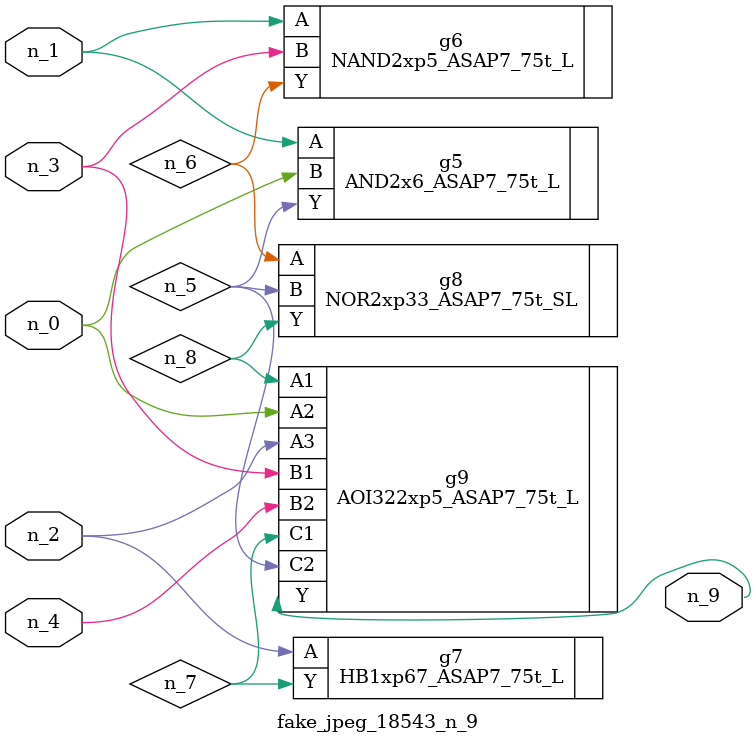
<source format=v>
module fake_jpeg_18543_n_9 (n_3, n_2, n_1, n_0, n_4, n_9);

input n_3;
input n_2;
input n_1;
input n_0;
input n_4;

output n_9;

wire n_8;
wire n_6;
wire n_5;
wire n_7;

AND2x6_ASAP7_75t_L g5 ( 
.A(n_1),
.B(n_0),
.Y(n_5)
);

NAND2xp5_ASAP7_75t_L g6 ( 
.A(n_1),
.B(n_3),
.Y(n_6)
);

HB1xp67_ASAP7_75t_L g7 ( 
.A(n_2),
.Y(n_7)
);

NOR2xp33_ASAP7_75t_SL g8 ( 
.A(n_6),
.B(n_5),
.Y(n_8)
);

AOI322xp5_ASAP7_75t_L g9 ( 
.A1(n_8),
.A2(n_0),
.A3(n_2),
.B1(n_3),
.B2(n_4),
.C1(n_7),
.C2(n_5),
.Y(n_9)
);


endmodule
</source>
